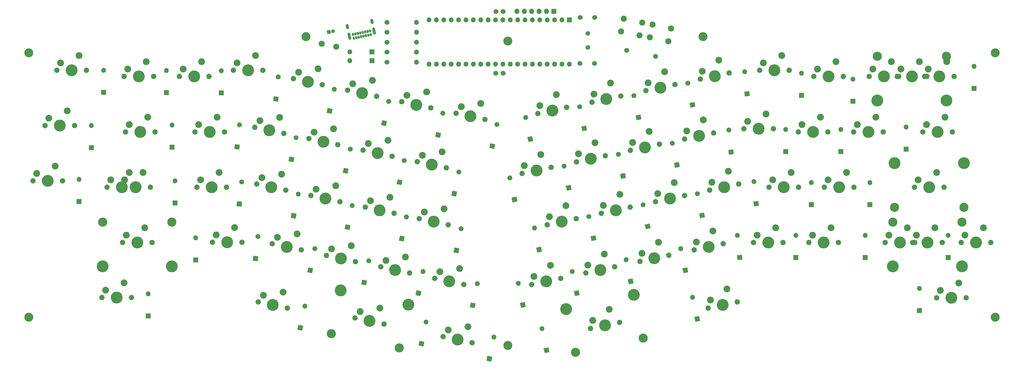
<source format=gbs>
G04 #@! TF.GenerationSoftware,KiCad,Pcbnew,5.1.6-c6e7f7d~87~ubuntu18.04.1*
G04 #@! TF.CreationDate,2020-08-10T19:05:23+02:00*
G04 #@! TF.ProjectId,sesame,73657361-6d65-42e6-9b69-6361645f7063,rev?*
G04 #@! TF.SameCoordinates,Original*
G04 #@! TF.FileFunction,Soldermask,Bot*
G04 #@! TF.FilePolarity,Negative*
%FSLAX46Y46*%
G04 Gerber Fmt 4.6, Leading zero omitted, Abs format (unit mm)*
G04 Created by KiCad (PCBNEW 5.1.6-c6e7f7d~87~ubuntu18.04.1) date 2020-08-10 19:05:23*
%MOMM*%
%LPD*%
G01*
G04 APERTURE LIST*
%ADD10C,3.100000*%
%ADD11C,1.300000*%
%ADD12C,0.350000*%
%ADD13C,2.350000*%
%ADD14C,4.087800*%
%ADD15C,1.850000*%
%ADD16O,1.800000X1.800000*%
%ADD17R,1.800000X1.800000*%
%ADD18C,3.148000*%
%ADD19O,1.700000X1.700000*%
%ADD20R,1.700000X1.700000*%
%ADD21C,1.600000*%
%ADD22C,2.100000*%
%ADD23C,1.700000*%
G04 APERTURE END LIST*
D10*
G04 #@! TO.C,REF\u002A\u002A*
X278955500Y-75565000D03*
G04 #@! TD*
D11*
G04 #@! TO.C,C1*
X151771721Y-73665632D03*
D12*
G36*
X149803847Y-74748439D02*
G01*
X149533561Y-73476847D01*
X150805153Y-73206561D01*
X151075439Y-74478153D01*
X149803847Y-74748439D01*
G37*
G04 #@! TD*
D13*
G04 #@! TO.C,MX23*
X189214686Y-115256606D03*
D14*
X185674000Y-119697500D03*
D13*
X182475353Y-116420862D03*
D15*
X180705010Y-118641309D03*
X190642990Y-120753691D03*
G04 #@! TD*
D16*
G04 #@! TO.C,AVR1*
X215011000Y-66865500D03*
X217551000Y-66865500D03*
X220091000Y-66865500D03*
X222631000Y-66865500D03*
X225171000Y-66865500D03*
D17*
X227711000Y-66865500D03*
G04 #@! TD*
D10*
G04 #@! TO.C,REF\u002A\u002A*
X142430500Y-75565000D03*
G04 #@! TD*
D13*
G04 #@! TO.C,MX61*
X358711500Y-141414500D03*
D14*
X356171500Y-146494500D03*
D13*
X352361500Y-143954500D03*
D15*
X351091500Y-146494500D03*
X361251500Y-146494500D03*
D18*
X344265250Y-139509500D03*
X368077750Y-139509500D03*
D14*
X344265250Y-154749500D03*
X368077750Y-154749500D03*
G04 #@! TD*
D13*
G04 #@! TO.C,MX59*
X349250000Y-141414500D03*
D14*
X346710000Y-146494500D03*
D13*
X342900000Y-143954500D03*
D15*
X341630000Y-146494500D03*
X351790000Y-146494500D03*
G04 #@! TD*
D13*
G04 #@! TO.C,MX31*
X362204000Y-103314500D03*
D14*
X359664000Y-108394500D03*
D13*
X355854000Y-105854500D03*
D15*
X354584000Y-108394500D03*
X364744000Y-108394500D03*
G04 #@! TD*
D13*
G04 #@! TO.C,MX15*
X353377500Y-84201000D03*
D14*
X350837500Y-89281000D03*
D13*
X347027500Y-86741000D03*
D15*
X345757500Y-89281000D03*
X355917500Y-89281000D03*
D18*
X338931250Y-82296000D03*
X362743750Y-82296000D03*
D14*
X338931250Y-97536000D03*
X362743750Y-97536000D03*
G04 #@! TD*
D13*
G04 #@! TO.C,MX33*
X86360000Y-122364500D03*
D14*
X83820000Y-127444500D03*
D13*
X80010000Y-124904500D03*
D15*
X78740000Y-127444500D03*
X88900000Y-127444500D03*
G04 #@! TD*
D13*
G04 #@! TO.C,MX18*
X88011000Y-103314500D03*
D14*
X85471000Y-108394500D03*
D13*
X81661000Y-105854500D03*
D15*
X80391000Y-108394500D03*
X90551000Y-108394500D03*
G04 #@! TD*
D13*
G04 #@! TO.C,MX69*
X81610200Y-122377200D03*
D14*
X79070200Y-127457200D03*
D13*
X75260200Y-124917200D03*
D15*
X73990200Y-127457200D03*
X84150200Y-127457200D03*
G04 #@! TD*
D19*
G04 #@! TO.C,D60*
X334772000Y-144018000D03*
D20*
X334772000Y-151638000D03*
G04 #@! TD*
D19*
G04 #@! TO.C,U1*
X233045000Y-85026500D03*
X184785000Y-69786500D03*
X230505000Y-85026500D03*
X187325000Y-69786500D03*
X227965000Y-85026500D03*
X189865000Y-69786500D03*
X225425000Y-85026500D03*
X192405000Y-69786500D03*
X222885000Y-85026500D03*
X194945000Y-69786500D03*
X220345000Y-85026500D03*
X197485000Y-69786500D03*
X217805000Y-85026500D03*
X200025000Y-69786500D03*
X215265000Y-85026500D03*
X202565000Y-69786500D03*
X212725000Y-85026500D03*
X205105000Y-69786500D03*
X210185000Y-85026500D03*
X207645000Y-69786500D03*
X207645000Y-85026500D03*
X210185000Y-69786500D03*
X205105000Y-85026500D03*
X212725000Y-69786500D03*
X202565000Y-85026500D03*
X215265000Y-69786500D03*
X200025000Y-85026500D03*
X217805000Y-69786500D03*
X197485000Y-85026500D03*
X220345000Y-69786500D03*
X194945000Y-85026500D03*
X222885000Y-69786500D03*
X192405000Y-85026500D03*
X225425000Y-69786500D03*
X189865000Y-85026500D03*
X227965000Y-69786500D03*
X187325000Y-85026500D03*
X230505000Y-69786500D03*
X184785000Y-85026500D03*
D20*
X233045000Y-69786500D03*
G04 #@! TD*
D13*
G04 #@! TO.C,MX5*
X146606186Y-86681606D03*
D14*
X143065500Y-91122500D03*
D13*
X139866853Y-87845862D03*
D15*
X138096510Y-90066309D03*
X148034490Y-92178691D03*
G04 #@! TD*
D10*
G04 #@! TO.C,REF\u002A\u002A*
X211836000Y-181991000D03*
G04 #@! TD*
G04 #@! TO.C,REF\u002A\u002A*
X379476000Y-172212000D03*
G04 #@! TD*
G04 #@! TO.C,REF\u002A\u002A*
X379476000Y-81153000D03*
G04 #@! TD*
G04 #@! TO.C,REF\u002A\u002A*
X47117000Y-81153000D03*
G04 #@! TD*
G04 #@! TO.C,REF\u002A\u002A*
X47117000Y-172212000D03*
G04 #@! TD*
G04 #@! TO.C,REF\u002A\u002A*
X211836000Y-77089000D03*
G04 #@! TD*
D21*
G04 #@! TO.C,XTAL1*
X239331500Y-79302000D03*
X239331500Y-74422000D03*
G04 #@! TD*
D13*
G04 #@! TO.C,MX24*
X223170304Y-116168914D03*
D14*
X221742000Y-121666000D03*
D13*
X217487162Y-119973649D03*
D15*
X216773010Y-122722191D03*
X226710990Y-120609809D03*
G04 #@! TD*
D13*
G04 #@! TO.C,MX28*
X300672500Y-102235000D03*
D14*
X298132500Y-107315000D03*
D13*
X294322500Y-104775000D03*
D15*
X293052500Y-107315000D03*
X303212500Y-107315000D03*
G04 #@! TD*
D13*
G04 #@! TO.C,MX66*
X246728804Y-169572414D03*
D14*
X245300500Y-175069500D03*
D13*
X241045662Y-173377149D03*
D15*
X240331510Y-176125691D03*
X250269490Y-174013309D03*
D18*
X235106693Y-184377310D03*
X258398833Y-179426412D03*
D14*
X231938119Y-169470340D03*
X255230259Y-164519443D03*
G04 #@! TD*
D13*
G04 #@! TO.C,MX65*
X198104686Y-175518106D03*
D14*
X194564000Y-179959000D03*
D13*
X191365353Y-176682362D03*
D15*
X189595010Y-178902809D03*
X199532990Y-181015191D03*
G04 #@! TD*
D13*
G04 #@! TO.C,MX64*
X167815186Y-169104606D03*
D14*
X164274500Y-173545500D03*
D13*
X161075853Y-170268862D03*
D15*
X159305510Y-172489309D03*
X169243490Y-174601691D03*
D18*
X151176167Y-177902412D03*
X174468307Y-182853310D03*
D14*
X154344741Y-162995443D03*
X177636881Y-167946340D03*
G04 #@! TD*
D13*
G04 #@! TO.C,MX46*
X359346500Y-122364500D03*
D14*
X356806500Y-127444500D03*
D13*
X352996500Y-124904500D03*
D15*
X351726500Y-127444500D03*
X361886500Y-127444500D03*
D18*
X344900250Y-134429500D03*
X368712750Y-134429500D03*
D14*
X344900250Y-119189500D03*
X368712750Y-119189500D03*
G04 #@! TD*
D13*
G04 #@! TO.C,MX47*
X86931500Y-141414500D03*
D14*
X84391500Y-146494500D03*
D13*
X80581500Y-143954500D03*
D15*
X79311500Y-146494500D03*
X89471500Y-146494500D03*
D18*
X72485250Y-139509500D03*
X96297750Y-139509500D03*
D14*
X72485250Y-154749500D03*
X96297750Y-154749500D03*
G04 #@! TD*
D13*
G04 #@! TO.C,MX16*
X362839000Y-84201000D03*
D14*
X360299000Y-89281000D03*
D13*
X356489000Y-86741000D03*
D15*
X355219000Y-89281000D03*
X365379000Y-89281000D03*
G04 #@! TD*
D13*
G04 #@! TO.C,MX45*
X343789000Y-84201000D03*
D14*
X341249000Y-89281000D03*
D13*
X337439000Y-86741000D03*
D15*
X336169000Y-89281000D03*
X346329000Y-89281000D03*
G04 #@! TD*
D13*
G04 #@! TO.C,MX68*
X366966500Y-160464500D03*
D14*
X364426500Y-165544500D03*
D13*
X360616500Y-163004500D03*
D15*
X359346500Y-165544500D03*
X369506500Y-165544500D03*
G04 #@! TD*
D13*
G04 #@! TO.C,MX67*
X287178304Y-162523914D03*
D14*
X285750000Y-168021000D03*
D13*
X281495162Y-166328649D03*
D15*
X280781010Y-169077191D03*
X290718990Y-166964809D03*
G04 #@! TD*
D13*
G04 #@! TO.C,MX63*
X134541186Y-163580106D03*
D14*
X131000500Y-168021000D03*
D13*
X127801853Y-164744362D03*
D15*
X126031510Y-166964809D03*
X135969490Y-169077191D03*
G04 #@! TD*
D13*
G04 #@! TO.C,MX62*
X79819500Y-160401000D03*
D14*
X77279500Y-165481000D03*
D13*
X73469500Y-162941000D03*
D15*
X72199500Y-165481000D03*
X82359500Y-165481000D03*
G04 #@! TD*
D13*
G04 #@! TO.C,MX60*
X375412000Y-141414500D03*
D14*
X372872000Y-146494500D03*
D13*
X369062000Y-143954500D03*
D15*
X367792000Y-146494500D03*
X377952000Y-146494500D03*
G04 #@! TD*
D13*
G04 #@! TO.C,MX58*
X323024500Y-141414500D03*
D14*
X320484500Y-146494500D03*
D13*
X316674500Y-143954500D03*
D15*
X315404500Y-146494500D03*
X325564500Y-146494500D03*
G04 #@! TD*
D13*
G04 #@! TO.C,MX57*
X303974500Y-141414500D03*
D14*
X301434500Y-146494500D03*
D13*
X297624500Y-143954500D03*
D15*
X296354500Y-146494500D03*
X306514500Y-146494500D03*
G04 #@! TD*
D13*
G04 #@! TO.C,MX56*
X282352304Y-142521414D03*
D14*
X280924000Y-148018500D03*
D13*
X276669162Y-146326149D03*
D15*
X275955010Y-149074691D03*
X285892990Y-146962309D03*
G04 #@! TD*
D13*
G04 #@! TO.C,MX55*
X263683304Y-146458414D03*
D14*
X262255000Y-151955500D03*
D13*
X258000162Y-150263149D03*
D15*
X257286010Y-153011691D03*
X267223990Y-150899309D03*
G04 #@! TD*
D13*
G04 #@! TO.C,MX54*
X245077804Y-150458914D03*
D14*
X243649500Y-155956000D03*
D13*
X239394662Y-154263649D03*
D15*
X238680510Y-157012191D03*
X248618490Y-154899809D03*
G04 #@! TD*
D13*
G04 #@! TO.C,MX53*
X226472304Y-154395914D03*
D14*
X225044000Y-159893000D03*
D13*
X220789162Y-158200649D03*
D15*
X220075010Y-160949191D03*
X230012990Y-158836809D03*
G04 #@! TD*
D13*
G04 #@! TO.C,MX52*
X195247186Y-155452106D03*
D14*
X191706500Y-159893000D03*
D13*
X188507853Y-156616362D03*
D15*
X186737510Y-158836809D03*
X196675490Y-160949191D03*
G04 #@! TD*
D13*
G04 #@! TO.C,MX51*
X176641686Y-151515106D03*
D14*
X173101000Y-155956000D03*
D13*
X169902353Y-152679362D03*
D15*
X168132010Y-154899809D03*
X178069990Y-157012191D03*
G04 #@! TD*
D13*
G04 #@! TO.C,MX50*
X157972686Y-147578106D03*
D14*
X154432000Y-152019000D03*
D13*
X151233353Y-148742362D03*
D15*
X149463010Y-150962809D03*
X159400990Y-153075191D03*
G04 #@! TD*
D13*
G04 #@! TO.C,MX49*
X139367186Y-143577606D03*
D14*
X135826500Y-148018500D03*
D13*
X132627853Y-144741862D03*
D15*
X130857510Y-146962309D03*
X140795490Y-149074691D03*
G04 #@! TD*
D13*
G04 #@! TO.C,MX48*
X117856000Y-141351000D03*
D14*
X115316000Y-146431000D03*
D13*
X111506000Y-143891000D03*
D15*
X110236000Y-146431000D03*
X120396000Y-146431000D03*
G04 #@! TD*
D13*
G04 #@! TO.C,MX44*
X328358500Y-122364500D03*
D14*
X325818500Y-127444500D03*
D13*
X322008500Y-124904500D03*
D15*
X320738500Y-127444500D03*
X330898500Y-127444500D03*
G04 #@! TD*
D13*
G04 #@! TO.C,MX43*
X309308500Y-122364500D03*
D14*
X306768500Y-127444500D03*
D13*
X302958500Y-124904500D03*
D15*
X301688500Y-127444500D03*
X311848500Y-127444500D03*
G04 #@! TD*
D13*
G04 #@! TO.C,MX42*
X287686304Y-121947414D03*
D14*
X286258000Y-127444500D03*
D13*
X282003162Y-125752149D03*
D15*
X281289010Y-128500691D03*
X291226990Y-126388309D03*
G04 #@! TD*
D13*
G04 #@! TO.C,MX41*
X269080804Y-125884414D03*
D14*
X267652500Y-131381500D03*
D13*
X263397662Y-129689149D03*
D15*
X262683510Y-132437691D03*
X272621490Y-130325309D03*
G04 #@! TD*
D13*
G04 #@! TO.C,MX40*
X250411804Y-129884914D03*
D14*
X248983500Y-135382000D03*
D13*
X244728662Y-133689649D03*
D15*
X244014510Y-136438191D03*
X253952490Y-134325809D03*
G04 #@! TD*
D13*
G04 #@! TO.C,MX39*
X231806304Y-133821914D03*
D14*
X230378000Y-139319000D03*
D13*
X226123162Y-137626649D03*
D15*
X225409010Y-140375191D03*
X235346990Y-138262809D03*
G04 #@! TD*
D13*
G04 #@! TO.C,MX38*
X189913186Y-134878106D03*
D14*
X186372500Y-139319000D03*
D13*
X183173853Y-136042362D03*
D15*
X181403510Y-138262809D03*
X191341490Y-140375191D03*
G04 #@! TD*
D13*
G04 #@! TO.C,MX37*
X171307686Y-130941106D03*
D14*
X167767000Y-135382000D03*
D13*
X164568353Y-132105362D03*
D15*
X162798010Y-134325809D03*
X172735990Y-136438191D03*
G04 #@! TD*
D13*
G04 #@! TO.C,MX36*
X152638686Y-126940606D03*
D14*
X149098000Y-131381500D03*
D13*
X145899353Y-128104862D03*
D15*
X144129010Y-130325309D03*
X154066990Y-132437691D03*
G04 #@! TD*
D13*
G04 #@! TO.C,MX35*
X134033186Y-123003606D03*
D14*
X130492500Y-127444500D03*
D13*
X127293853Y-124167862D03*
D15*
X125523510Y-126388309D03*
X135461490Y-128500691D03*
G04 #@! TD*
D13*
G04 #@! TO.C,MX34*
X112522000Y-122364500D03*
D14*
X109982000Y-127444500D03*
D13*
X106172000Y-124904500D03*
D15*
X104902000Y-127444500D03*
X115062000Y-127444500D03*
G04 #@! TD*
D13*
G04 #@! TO.C,MX32*
X56134000Y-120205500D03*
D14*
X53594000Y-125285500D03*
D13*
X49784000Y-122745500D03*
D15*
X48514000Y-125285500D03*
X58674000Y-125285500D03*
G04 #@! TD*
D13*
G04 #@! TO.C,MX30*
X338391500Y-103314500D03*
D14*
X335851500Y-108394500D03*
D13*
X332041500Y-105854500D03*
D15*
X330771500Y-108394500D03*
X340931500Y-108394500D03*
G04 #@! TD*
D13*
G04 #@! TO.C,MX29*
X319341500Y-103314500D03*
D14*
X316801500Y-108394500D03*
D13*
X312991500Y-105854500D03*
D15*
X311721500Y-108394500D03*
X321881500Y-108394500D03*
G04 #@! TD*
D13*
G04 #@! TO.C,MX27*
X279050304Y-104294414D03*
D14*
X277622000Y-109791500D03*
D13*
X273367162Y-108099149D03*
D15*
X272653010Y-110847691D03*
X282590990Y-108735309D03*
G04 #@! TD*
D13*
G04 #@! TO.C,MX26*
X260444804Y-108231414D03*
D14*
X259016500Y-113728500D03*
D13*
X254761662Y-112036149D03*
D15*
X254047510Y-114784691D03*
X263985490Y-112672309D03*
G04 #@! TD*
D13*
G04 #@! TO.C,MX25*
X241839304Y-112168414D03*
D14*
X240411000Y-117665500D03*
D13*
X236156162Y-115973149D03*
D15*
X235442010Y-118721691D03*
X245379990Y-116609309D03*
G04 #@! TD*
D13*
G04 #@! TO.C,MX22*
X170609186Y-111256106D03*
D14*
X167068500Y-115697000D03*
D13*
X163869853Y-112420362D03*
D15*
X162099510Y-114640809D03*
X172037490Y-116753191D03*
G04 #@! TD*
D13*
G04 #@! TO.C,MX21*
X151940186Y-107319106D03*
D14*
X148399500Y-111760000D03*
D13*
X145200853Y-108483362D03*
D15*
X143430510Y-110703809D03*
X153368490Y-112816191D03*
G04 #@! TD*
D13*
G04 #@! TO.C,MX20*
X133334686Y-103382106D03*
D14*
X129794000Y-107823000D03*
D13*
X126595353Y-104546362D03*
D15*
X124825010Y-106766809D03*
X134762990Y-108879191D03*
G04 #@! TD*
D13*
G04 #@! TO.C,MX19*
X111823500Y-103314500D03*
D14*
X109283500Y-108394500D03*
D13*
X105473500Y-105854500D03*
D15*
X104203500Y-108394500D03*
X114363500Y-108394500D03*
G04 #@! TD*
D13*
G04 #@! TO.C,MX17*
X60261500Y-101155500D03*
D14*
X57721500Y-106235500D03*
D13*
X53911500Y-103695500D03*
D15*
X52641500Y-106235500D03*
X62801500Y-106235500D03*
G04 #@! TD*
D13*
G04 #@! TO.C,MX14*
X324739000Y-84201000D03*
D14*
X322199000Y-89281000D03*
D13*
X318389000Y-86741000D03*
D15*
X317119000Y-89281000D03*
X327279000Y-89281000D03*
G04 #@! TD*
D13*
G04 #@! TO.C,MX13*
X306070000Y-82105500D03*
D14*
X303530000Y-87185500D03*
D13*
X299720000Y-84645500D03*
D15*
X298450000Y-87185500D03*
X308610000Y-87185500D03*
G04 #@! TD*
D13*
G04 #@! TO.C,MX12*
X284447804Y-83656914D03*
D14*
X283019500Y-89154000D03*
D13*
X278764662Y-87461649D03*
D15*
X278050510Y-90210191D03*
X287988490Y-88097809D03*
G04 #@! TD*
D13*
G04 #@! TO.C,MX11*
X265778804Y-87657414D03*
D14*
X264350500Y-93154500D03*
D13*
X260095662Y-91462149D03*
D15*
X259381510Y-94210691D03*
X269319490Y-92098309D03*
G04 #@! TD*
D13*
G04 #@! TO.C,MX10*
X247173304Y-91594414D03*
D14*
X245745000Y-97091500D03*
D13*
X241490162Y-95399149D03*
D15*
X240776010Y-98147691D03*
X250713990Y-96035309D03*
G04 #@! TD*
D13*
G04 #@! TO.C,MX9*
X228567804Y-95531414D03*
D14*
X227139500Y-101028500D03*
D13*
X222884662Y-99336149D03*
D15*
X222170510Y-102084691D03*
X232108490Y-99972309D03*
G04 #@! TD*
D13*
G04 #@! TO.C,MX8*
X202549686Y-98556106D03*
D14*
X199009000Y-102997000D03*
D13*
X195810353Y-99720362D03*
D15*
X194040010Y-101940809D03*
X203977990Y-104053191D03*
G04 #@! TD*
D13*
G04 #@! TO.C,MX7*
X183880686Y-94619106D03*
D14*
X180340000Y-99060000D03*
D13*
X177141353Y-95783362D03*
D15*
X175371010Y-98003809D03*
X185308990Y-100116191D03*
G04 #@! TD*
D13*
G04 #@! TO.C,MX6*
X165275186Y-90618606D03*
D14*
X161734500Y-95059500D03*
D13*
X158535853Y-91782862D03*
D15*
X156765510Y-94003309D03*
X166703490Y-96115691D03*
G04 #@! TD*
D13*
G04 #@! TO.C,MX4*
X125095000Y-82105500D03*
D14*
X122555000Y-87185500D03*
D13*
X118745000Y-84645500D03*
D15*
X117475000Y-87185500D03*
X127635000Y-87185500D03*
G04 #@! TD*
D13*
G04 #@! TO.C,MX3*
X106521250Y-84201000D03*
D14*
X103981250Y-89281000D03*
D13*
X100171250Y-86741000D03*
D15*
X98901250Y-89281000D03*
X109061250Y-89281000D03*
G04 #@! TD*
D13*
G04 #@! TO.C,MX2*
X87471250Y-84201000D03*
D14*
X84931250Y-89281000D03*
D13*
X81121250Y-86741000D03*
D15*
X79851250Y-89281000D03*
X90011250Y-89281000D03*
G04 #@! TD*
D13*
G04 #@! TO.C,MX1*
X64389000Y-82105500D03*
D14*
X61849000Y-87185500D03*
D13*
X58039000Y-84645500D03*
D15*
X56769000Y-87185500D03*
X66929000Y-87185500D03*
G04 #@! TD*
G04 #@! TO.C,USB1*
G36*
G01*
X163373821Y-74984970D02*
X163446590Y-75327322D01*
G75*
G02*
X163157752Y-75772094I-366805J-77967D01*
G01*
X163157752Y-75772094D01*
G75*
G02*
X162712980Y-75483256I-77967J366805D01*
G01*
X162640210Y-75140904D01*
G75*
G02*
X162929048Y-74696132I366805J77967D01*
G01*
X162929048Y-74696132D01*
G75*
G02*
X163373820Y-74984970I77967J-366805D01*
G01*
G37*
G36*
G01*
X165036671Y-74631520D02*
X165109440Y-74973872D01*
G75*
G02*
X164820602Y-75418644I-366805J-77967D01*
G01*
X164820602Y-75418644D01*
G75*
G02*
X164375830Y-75129806I-77967J366805D01*
G01*
X164303060Y-74787454D01*
G75*
G02*
X164591898Y-74342682I366805J77967D01*
G01*
X164591898Y-74342682D01*
G75*
G02*
X165036670Y-74631520I77967J-366805D01*
G01*
G37*
G36*
G01*
X164205246Y-74808245D02*
X164278015Y-75150597D01*
G75*
G02*
X163989177Y-75595369I-366805J-77967D01*
G01*
X163989177Y-75595369D01*
G75*
G02*
X163544405Y-75306531I-77967J366805D01*
G01*
X163471635Y-74964179D01*
G75*
G02*
X163760473Y-74519407I366805J77967D01*
G01*
X163760473Y-74519407D01*
G75*
G02*
X164205245Y-74808245I77967J-366805D01*
G01*
G37*
G36*
G01*
X162542395Y-75161695D02*
X162615164Y-75504047D01*
G75*
G02*
X162326326Y-75948819I-366805J-77967D01*
G01*
X162326326Y-75948819D01*
G75*
G02*
X161881554Y-75659981I-77967J366805D01*
G01*
X161808784Y-75317629D01*
G75*
G02*
X162097622Y-74872857I366805J77967D01*
G01*
X162097622Y-74872857D01*
G75*
G02*
X162542394Y-75161695I77967J-366805D01*
G01*
G37*
G36*
G01*
X161710970Y-75338420D02*
X161783739Y-75680772D01*
G75*
G02*
X161494901Y-76125544I-366805J-77967D01*
G01*
X161494901Y-76125544D01*
G75*
G02*
X161050129Y-75836706I-77967J366805D01*
G01*
X160977359Y-75494354D01*
G75*
G02*
X161266197Y-75049582I366805J77967D01*
G01*
X161266197Y-75049582D01*
G75*
G02*
X161710969Y-75338420I77967J-366805D01*
G01*
G37*
G36*
G01*
X160879544Y-75515145D02*
X160952313Y-75857497D01*
G75*
G02*
X160663475Y-76302269I-366805J-77967D01*
G01*
X160663475Y-76302269D01*
G75*
G02*
X160218703Y-76013431I-77967J366805D01*
G01*
X160145933Y-75671079D01*
G75*
G02*
X160434771Y-75226307I366805J77967D01*
G01*
X160434771Y-75226307D01*
G75*
G02*
X160879543Y-75515145I77967J-366805D01*
G01*
G37*
G36*
G01*
X160048119Y-75691870D02*
X160120888Y-76034222D01*
G75*
G02*
X159832050Y-76478994I-366805J-77967D01*
G01*
X159832050Y-76478994D01*
G75*
G02*
X159387278Y-76190156I-77967J366805D01*
G01*
X159314508Y-75847804D01*
G75*
G02*
X159603346Y-75403032I366805J77967D01*
G01*
X159603346Y-75403032D01*
G75*
G02*
X160048118Y-75691870I77967J-366805D01*
G01*
G37*
G36*
G01*
X159216693Y-75868595D02*
X159289462Y-76210947D01*
G75*
G02*
X159000624Y-76655719I-366805J-77967D01*
G01*
X159000624Y-76655719D01*
G75*
G02*
X158555852Y-76366881I-77967J366805D01*
G01*
X158483082Y-76024529D01*
G75*
G02*
X158771920Y-75579757I366805J77967D01*
G01*
X158771920Y-75579757D01*
G75*
G02*
X159216692Y-75868595I77967J-366805D01*
G01*
G37*
G36*
G01*
X164761188Y-73335475D02*
X164833957Y-73677827D01*
G75*
G02*
X164545119Y-74122599I-366805J-77967D01*
G01*
X164545119Y-74122599D01*
G75*
G02*
X164100347Y-73833761I-77967J366805D01*
G01*
X164027577Y-73491409D01*
G75*
G02*
X164316415Y-73046637I366805J77967D01*
G01*
X164316415Y-73046637D01*
G75*
G02*
X164761187Y-73335475I77967J-366805D01*
G01*
G37*
G36*
G01*
X163924872Y-73513239D02*
X163997641Y-73855591D01*
G75*
G02*
X163708803Y-74300363I-366805J-77967D01*
G01*
X163708803Y-74300363D01*
G75*
G02*
X163264031Y-74011525I-77967J366805D01*
G01*
X163191261Y-73669173D01*
G75*
G02*
X163480099Y-73224401I366805J77967D01*
G01*
X163480099Y-73224401D01*
G75*
G02*
X163924871Y-73513239I77967J-366805D01*
G01*
G37*
G36*
G01*
X163093447Y-73689964D02*
X163166216Y-74032316D01*
G75*
G02*
X162877378Y-74477088I-366805J-77967D01*
G01*
X162877378Y-74477088D01*
G75*
G02*
X162432606Y-74188250I-77967J366805D01*
G01*
X162359836Y-73845898D01*
G75*
G02*
X162648674Y-73401126I366805J77967D01*
G01*
X162648674Y-73401126D01*
G75*
G02*
X163093446Y-73689964I77967J-366805D01*
G01*
G37*
G36*
G01*
X162262021Y-73866689D02*
X162334790Y-74209041D01*
G75*
G02*
X162045952Y-74653813I-366805J-77967D01*
G01*
X162045952Y-74653813D01*
G75*
G02*
X161601180Y-74364975I-77967J366805D01*
G01*
X161528410Y-74022623D01*
G75*
G02*
X161817248Y-73577851I366805J77967D01*
G01*
X161817248Y-73577851D01*
G75*
G02*
X162262020Y-73866689I77967J-366805D01*
G01*
G37*
G36*
G01*
X161430596Y-74043414D02*
X161503365Y-74385766D01*
G75*
G02*
X161214527Y-74830538I-366805J-77967D01*
G01*
X161214527Y-74830538D01*
G75*
G02*
X160769755Y-74541700I-77967J366805D01*
G01*
X160696985Y-74199348D01*
G75*
G02*
X160985823Y-73754576I366805J77967D01*
G01*
X160985823Y-73754576D01*
G75*
G02*
X161430595Y-74043414I77967J-366805D01*
G01*
G37*
G36*
G01*
X160599170Y-74220139D02*
X160671939Y-74562491D01*
G75*
G02*
X160383101Y-75007263I-366805J-77967D01*
G01*
X160383101Y-75007263D01*
G75*
G02*
X159938329Y-74718425I-77967J366805D01*
G01*
X159865559Y-74376073D01*
G75*
G02*
X160154397Y-73931301I366805J77967D01*
G01*
X160154397Y-73931301D01*
G75*
G02*
X160599169Y-74220139I77967J-366805D01*
G01*
G37*
G36*
G01*
X159767745Y-74396864D02*
X159840514Y-74739216D01*
G75*
G02*
X159551676Y-75183988I-366805J-77967D01*
G01*
X159551676Y-75183988D01*
G75*
G02*
X159106904Y-74895150I-77967J366805D01*
G01*
X159034134Y-74552798D01*
G75*
G02*
X159322972Y-74108026I366805J77967D01*
G01*
X159322972Y-74108026D01*
G75*
G02*
X159767744Y-74396864I77967J-366805D01*
G01*
G37*
G36*
G01*
X158936319Y-74573589D02*
X159009088Y-74915941D01*
G75*
G02*
X158720250Y-75360713I-366805J-77967D01*
G01*
X158720250Y-75360713D01*
G75*
G02*
X158275478Y-75071875I-77967J366805D01*
G01*
X158202708Y-74729523D01*
G75*
G02*
X158491546Y-74284751I366805J77967D01*
G01*
X158491546Y-74284751D01*
G75*
G02*
X158936318Y-74573589I77967J-366805D01*
G01*
G37*
G36*
G01*
X166156136Y-72803831D02*
X166468004Y-74271053D01*
G75*
G02*
X166082886Y-74864083I-489074J-103956D01*
G01*
X166082886Y-74864083D01*
G75*
G02*
X165489856Y-74478965I-103956J489074D01*
G01*
X165177988Y-73011743D01*
G75*
G02*
X165563106Y-72418713I489074J103956D01*
G01*
X165563106Y-72418713D01*
G75*
G02*
X166156136Y-72803831I103956J-489074D01*
G01*
G37*
G36*
G01*
X157695159Y-74602267D02*
X158007027Y-76069489D01*
G75*
G02*
X157621909Y-76662519I-489074J-103956D01*
G01*
X157621909Y-76662519D01*
G75*
G02*
X157028879Y-76277401I-103956J489074D01*
G01*
X156717011Y-74810179D01*
G75*
G02*
X157102129Y-74217149I489074J103956D01*
G01*
X157102129Y-74217149D01*
G75*
G02*
X157695159Y-74602267I103956J-489074D01*
G01*
G37*
G36*
G01*
X165526164Y-69840044D02*
X165692494Y-70622562D01*
G75*
G02*
X165307376Y-71215592I-489074J-103956D01*
G01*
X165307376Y-71215592D01*
G75*
G02*
X164714346Y-70830474I-103956J489074D01*
G01*
X164548016Y-70047956D01*
G75*
G02*
X164933134Y-69454926I489074J103956D01*
G01*
X164933134Y-69454926D01*
G75*
G02*
X165526164Y-69840044I103956J-489074D01*
G01*
G37*
G36*
G01*
X157065187Y-71638480D02*
X157231517Y-72420998D01*
G75*
G02*
X156846399Y-73014028I-489074J-103956D01*
G01*
X156846399Y-73014028D01*
G75*
G02*
X156253369Y-72628910I-103956J489074D01*
G01*
X156087039Y-71846392D01*
G75*
G02*
X156472157Y-71253362I489074J103956D01*
G01*
X156472157Y-71253362D01*
G75*
G02*
X157065187Y-71638480I103956J-489074D01*
G01*
G37*
G04 #@! TD*
D22*
G04 #@! TO.C,Reset1*
X267977959Y-72725426D03*
X267042357Y-77127090D03*
X261620000Y-71374000D03*
X260684397Y-75775664D03*
G04 #@! TD*
G04 #@! TO.C,R6*
G36*
G01*
X261836555Y-82199658D02*
X261836555Y-82199658D01*
G75*
G02*
X262844705Y-81544958I831425J-176725D01*
G01*
X262844705Y-81544958D01*
G75*
G02*
X263499405Y-82553108I-176725J-831425D01*
G01*
X263499405Y-82553108D01*
G75*
G02*
X262491255Y-83207808I-831425J176725D01*
G01*
X262491255Y-83207808D01*
G75*
G02*
X261836555Y-82199658I176725J831425D01*
G01*
G37*
D23*
X252730000Y-80264000D03*
G04 #@! TD*
D19*
G04 #@! TO.C,R5*
X180403500Y-70612000D03*
D23*
X170243500Y-70612000D03*
G04 #@! TD*
D19*
G04 #@! TO.C,R4*
X180403500Y-74041000D03*
D23*
X170243500Y-74041000D03*
G04 #@! TD*
D19*
G04 #@! TO.C,R3*
X180403500Y-80899000D03*
D23*
X170243500Y-80899000D03*
G04 #@! TD*
D19*
G04 #@! TO.C,R2*
X180403500Y-77470000D03*
D23*
X170243500Y-77470000D03*
G04 #@! TD*
D19*
G04 #@! TO.C,R1*
X180403500Y-84328000D03*
D23*
X170243500Y-84328000D03*
G04 #@! TD*
D22*
G04 #@! TO.C,F1*
X152794911Y-79043973D03*
X147828000Y-77978000D03*
G04 #@! TD*
D19*
G04 #@! TO.C,D68*
X353441000Y-162306000D03*
D20*
X353441000Y-169926000D03*
G04 #@! TD*
G04 #@! TO.C,D67*
G36*
G01*
X275579438Y-166224940D02*
X275579438Y-166224940D01*
G75*
G02*
X274571288Y-165570240I-176725J831425D01*
G01*
X274571288Y-165570240D01*
G75*
G02*
X275225988Y-164562090I831425J176725D01*
G01*
X275225988Y-164562090D01*
G75*
G02*
X276234138Y-165216790I176725J-831425D01*
G01*
X276234138Y-165216790D01*
G75*
G02*
X275579438Y-166224940I-831425J-176725D01*
G01*
G37*
D12*
G36*
X277995150Y-173501701D02*
G01*
X276332299Y-173855150D01*
X275978850Y-172192299D01*
X277641701Y-171838850D01*
X277995150Y-173501701D01*
G37*
G04 #@! TD*
G04 #@! TO.C,D66*
G36*
G01*
X223763438Y-177019940D02*
X223763438Y-177019940D01*
G75*
G02*
X222755288Y-176365240I-176725J831425D01*
G01*
X222755288Y-176365240D01*
G75*
G02*
X223409988Y-175357090I831425J176725D01*
G01*
X223409988Y-175357090D01*
G75*
G02*
X224418138Y-176011790I176725J-831425D01*
G01*
X224418138Y-176011790D01*
G75*
G02*
X223763438Y-177019940I-831425J-176725D01*
G01*
G37*
G36*
X226179150Y-184296701D02*
G01*
X224516299Y-184650150D01*
X224162850Y-182987299D01*
X225825701Y-182633850D01*
X226179150Y-184296701D01*
G37*
G04 #@! TD*
G04 #@! TO.C,D65*
G36*
G01*
X206893562Y-179940940D02*
X206893562Y-179940940D01*
G75*
G02*
X206238862Y-178932790I176725J831425D01*
G01*
X206238862Y-178932790D01*
G75*
G02*
X207247012Y-178278090I831425J-176725D01*
G01*
X207247012Y-178278090D01*
G75*
G02*
X207901712Y-179286240I-176725J-831425D01*
G01*
X207901712Y-179286240D01*
G75*
G02*
X206893562Y-179940940I-831425J176725D01*
G01*
G37*
G36*
X206140701Y-187571150D02*
G01*
X204477850Y-187217701D01*
X204831299Y-185554850D01*
X206494150Y-185908299D01*
X206140701Y-187571150D01*
G37*
G04 #@! TD*
G04 #@! TO.C,D64*
G36*
G01*
X183525562Y-174733940D02*
X183525562Y-174733940D01*
G75*
G02*
X182870862Y-173725790I176725J831425D01*
G01*
X182870862Y-173725790D01*
G75*
G02*
X183879012Y-173071090I831425J-176725D01*
G01*
X183879012Y-173071090D01*
G75*
G02*
X184533712Y-174079240I-176725J-831425D01*
G01*
X184533712Y-174079240D01*
G75*
G02*
X183525562Y-174733940I-831425J176725D01*
G01*
G37*
G36*
X182772701Y-182364150D02*
G01*
X181109850Y-182010701D01*
X181463299Y-180347850D01*
X183126150Y-180701299D01*
X182772701Y-182364150D01*
G37*
G04 #@! TD*
G04 #@! TO.C,D63*
G36*
G01*
X141869562Y-169272940D02*
X141869562Y-169272940D01*
G75*
G02*
X141214862Y-168264790I176725J831425D01*
G01*
X141214862Y-168264790D01*
G75*
G02*
X142223012Y-167610090I831425J-176725D01*
G01*
X142223012Y-167610090D01*
G75*
G02*
X142877712Y-168618240I-176725J-831425D01*
G01*
X142877712Y-168618240D01*
G75*
G02*
X141869562Y-169272940I-831425J176725D01*
G01*
G37*
G36*
X141116701Y-176903150D02*
G01*
X139453850Y-176549701D01*
X139807299Y-174886850D01*
X141470150Y-175240299D01*
X141116701Y-176903150D01*
G37*
G04 #@! TD*
D19*
G04 #@! TO.C,D62*
X88138000Y-164211000D03*
D20*
X88138000Y-171831000D03*
G04 #@! TD*
D19*
G04 #@! TO.C,D61*
X363347000Y-144018000D03*
D20*
X363347000Y-151638000D03*
G04 #@! TD*
D19*
G04 #@! TO.C,D59*
X310896000Y-144018000D03*
D20*
X310896000Y-151638000D03*
G04 #@! TD*
G04 #@! TO.C,D58*
G36*
G01*
X290884342Y-144905087D02*
X290884342Y-144905087D01*
G75*
G02*
X289950149Y-144148592I-88849J845344D01*
G01*
X289950149Y-144148592D01*
G75*
G02*
X290706644Y-143214399I845344J88849D01*
G01*
X290706644Y-143214399D01*
G75*
G02*
X291640837Y-143970894I88849J-845344D01*
G01*
X291640837Y-143970894D01*
G75*
G02*
X290884342Y-144905087I-845344J-88849D01*
G01*
G37*
D12*
G36*
X292526193Y-152394494D02*
G01*
X290835506Y-152572193D01*
X290657807Y-150881506D01*
X292348494Y-150703807D01*
X292526193Y-152394494D01*
G37*
G04 #@! TD*
G04 #@! TO.C,D57*
G36*
G01*
X271515438Y-149460940D02*
X271515438Y-149460940D01*
G75*
G02*
X270507288Y-148806240I-176725J831425D01*
G01*
X270507288Y-148806240D01*
G75*
G02*
X271161988Y-147798090I831425J176725D01*
G01*
X271161988Y-147798090D01*
G75*
G02*
X272170138Y-148452790I176725J-831425D01*
G01*
X272170138Y-148452790D01*
G75*
G02*
X271515438Y-149460940I-831425J-176725D01*
G01*
G37*
G36*
X273931150Y-156737701D02*
G01*
X272268299Y-157091150D01*
X271914850Y-155428299D01*
X273577701Y-155074850D01*
X273931150Y-156737701D01*
G37*
G04 #@! TD*
G04 #@! TO.C,D56*
G36*
G01*
X252719438Y-153270940D02*
X252719438Y-153270940D01*
G75*
G02*
X251711288Y-152616240I-176725J831425D01*
G01*
X251711288Y-152616240D01*
G75*
G02*
X252365988Y-151608090I831425J176725D01*
G01*
X252365988Y-151608090D01*
G75*
G02*
X253374138Y-152262790I176725J-831425D01*
G01*
X253374138Y-152262790D01*
G75*
G02*
X252719438Y-153270940I-831425J-176725D01*
G01*
G37*
G36*
X255135150Y-160547701D02*
G01*
X253472299Y-160901150D01*
X253118850Y-159238299D01*
X254781701Y-158884850D01*
X255135150Y-160547701D01*
G37*
G04 #@! TD*
G04 #@! TO.C,D55*
G36*
G01*
X234177438Y-157334940D02*
X234177438Y-157334940D01*
G75*
G02*
X233169288Y-156680240I-176725J831425D01*
G01*
X233169288Y-156680240D01*
G75*
G02*
X233823988Y-155672090I831425J176725D01*
G01*
X233823988Y-155672090D01*
G75*
G02*
X234832138Y-156326790I176725J-831425D01*
G01*
X234832138Y-156326790D01*
G75*
G02*
X234177438Y-157334940I-831425J-176725D01*
G01*
G37*
G36*
X236593150Y-164611701D02*
G01*
X234930299Y-164965150D01*
X234576850Y-163302299D01*
X236239701Y-162948850D01*
X236593150Y-164611701D01*
G37*
G04 #@! TD*
G04 #@! TO.C,D54*
G36*
G01*
X215635438Y-161398940D02*
X215635438Y-161398940D01*
G75*
G02*
X214627288Y-160744240I-176725J831425D01*
G01*
X214627288Y-160744240D01*
G75*
G02*
X215281988Y-159736090I831425J176725D01*
G01*
X215281988Y-159736090D01*
G75*
G02*
X216290138Y-160390790I176725J-831425D01*
G01*
X216290138Y-160390790D01*
G75*
G02*
X215635438Y-161398940I-831425J-176725D01*
G01*
G37*
G36*
X218051150Y-168675701D02*
G01*
X216388299Y-169029150D01*
X216034850Y-167366299D01*
X217697701Y-167012850D01*
X218051150Y-168675701D01*
G37*
G04 #@! TD*
G04 #@! TO.C,D53*
G36*
G01*
X201178562Y-161525940D02*
X201178562Y-161525940D01*
G75*
G02*
X200523862Y-160517790I176725J831425D01*
G01*
X200523862Y-160517790D01*
G75*
G02*
X201532012Y-159863090I831425J-176725D01*
G01*
X201532012Y-159863090D01*
G75*
G02*
X202186712Y-160871240I-176725J-831425D01*
G01*
X202186712Y-160871240D01*
G75*
G02*
X201178562Y-161525940I-831425J176725D01*
G01*
G37*
G36*
X200425701Y-169156150D02*
G01*
X198762850Y-168802701D01*
X199116299Y-167139850D01*
X200779150Y-167493299D01*
X200425701Y-169156150D01*
G37*
G04 #@! TD*
G04 #@! TO.C,D52*
G36*
G01*
X182509562Y-157334940D02*
X182509562Y-157334940D01*
G75*
G02*
X181854862Y-156326790I176725J831425D01*
G01*
X181854862Y-156326790D01*
G75*
G02*
X182863012Y-155672090I831425J-176725D01*
G01*
X182863012Y-155672090D01*
G75*
G02*
X183517712Y-156680240I-176725J-831425D01*
G01*
X183517712Y-156680240D01*
G75*
G02*
X182509562Y-157334940I-831425J176725D01*
G01*
G37*
G36*
X181756701Y-164965150D02*
G01*
X180093850Y-164611701D01*
X180447299Y-162948850D01*
X182110150Y-163302299D01*
X181756701Y-164965150D01*
G37*
G04 #@! TD*
G04 #@! TO.C,D51*
G36*
G01*
X163840562Y-153651940D02*
X163840562Y-153651940D01*
G75*
G02*
X163185862Y-152643790I176725J831425D01*
G01*
X163185862Y-152643790D01*
G75*
G02*
X164194012Y-151989090I831425J-176725D01*
G01*
X164194012Y-151989090D01*
G75*
G02*
X164848712Y-152997240I-176725J-831425D01*
G01*
X164848712Y-152997240D01*
G75*
G02*
X163840562Y-153651940I-831425J176725D01*
G01*
G37*
G36*
X163087701Y-161282150D02*
G01*
X161424850Y-160928701D01*
X161778299Y-159265850D01*
X163441150Y-159619299D01*
X163087701Y-161282150D01*
G37*
G04 #@! TD*
G04 #@! TO.C,D50*
G36*
G01*
X145298562Y-149460940D02*
X145298562Y-149460940D01*
G75*
G02*
X144643862Y-148452790I176725J831425D01*
G01*
X144643862Y-148452790D01*
G75*
G02*
X145652012Y-147798090I831425J-176725D01*
G01*
X145652012Y-147798090D01*
G75*
G02*
X146306712Y-148806240I-176725J-831425D01*
G01*
X146306712Y-148806240D01*
G75*
G02*
X145298562Y-149460940I-831425J176725D01*
G01*
G37*
G36*
X144545701Y-157091150D02*
G01*
X142882850Y-156737701D01*
X143236299Y-155074850D01*
X144899150Y-155428299D01*
X144545701Y-157091150D01*
G37*
G04 #@! TD*
G04 #@! TO.C,D49*
G36*
G01*
X125802658Y-145286087D02*
X125802658Y-145286087D01*
G75*
G02*
X125046163Y-144351894I88849J845344D01*
G01*
X125046163Y-144351894D01*
G75*
G02*
X125980356Y-143595399I845344J-88849D01*
G01*
X125980356Y-143595399D01*
G75*
G02*
X126736851Y-144529592I-88849J-845344D01*
G01*
X126736851Y-144529592D01*
G75*
G02*
X125802658Y-145286087I-845344J88849D01*
G01*
G37*
G36*
X125851494Y-152953193D02*
G01*
X124160807Y-152775494D01*
X124338506Y-151084807D01*
X126029193Y-151262506D01*
X125851494Y-152953193D01*
G37*
G04 #@! TD*
D19*
G04 #@! TO.C,D48*
X104521000Y-144907000D03*
D20*
X104521000Y-152527000D03*
G04 #@! TD*
D19*
G04 #@! TO.C,D47*
X336423000Y-125857000D03*
D20*
X336423000Y-133477000D03*
G04 #@! TD*
D19*
G04 #@! TO.C,D45*
X316230000Y-125857000D03*
D20*
X316230000Y-133477000D03*
G04 #@! TD*
G04 #@! TO.C,D44*
G36*
G01*
X296599342Y-126363087D02*
X296599342Y-126363087D01*
G75*
G02*
X295665149Y-125606592I-88849J845344D01*
G01*
X295665149Y-125606592D01*
G75*
G02*
X296421644Y-124672399I845344J88849D01*
G01*
X296421644Y-124672399D01*
G75*
G02*
X297355837Y-125428894I88849J-845344D01*
G01*
X297355837Y-125428894D01*
G75*
G02*
X296599342Y-126363087I-845344J-88849D01*
G01*
G37*
D12*
G36*
X298241193Y-133852494D02*
G01*
X296550506Y-134030193D01*
X296372807Y-132339506D01*
X298063494Y-132161807D01*
X298241193Y-133852494D01*
G37*
G04 #@! TD*
G04 #@! TO.C,D43*
G36*
G01*
X277230438Y-130537940D02*
X277230438Y-130537940D01*
G75*
G02*
X276222288Y-129883240I-176725J831425D01*
G01*
X276222288Y-129883240D01*
G75*
G02*
X276876988Y-128875090I831425J176725D01*
G01*
X276876988Y-128875090D01*
G75*
G02*
X277885138Y-129529790I176725J-831425D01*
G01*
X277885138Y-129529790D01*
G75*
G02*
X277230438Y-130537940I-831425J-176725D01*
G01*
G37*
G36*
X279646150Y-137814701D02*
G01*
X277983299Y-138168150D01*
X277629850Y-136505299D01*
X279292701Y-136151850D01*
X279646150Y-137814701D01*
G37*
G04 #@! TD*
G04 #@! TO.C,D42*
G36*
G01*
X258561438Y-134347940D02*
X258561438Y-134347940D01*
G75*
G02*
X257553288Y-133693240I-176725J831425D01*
G01*
X257553288Y-133693240D01*
G75*
G02*
X258207988Y-132685090I831425J176725D01*
G01*
X258207988Y-132685090D01*
G75*
G02*
X259216138Y-133339790I176725J-831425D01*
G01*
X259216138Y-133339790D01*
G75*
G02*
X258561438Y-134347940I-831425J-176725D01*
G01*
G37*
G36*
X260977150Y-141624701D02*
G01*
X259314299Y-141978150D01*
X258960850Y-140315299D01*
X260623701Y-139961850D01*
X260977150Y-141624701D01*
G37*
G04 #@! TD*
G04 #@! TO.C,D41*
G36*
G01*
X239892438Y-138411940D02*
X239892438Y-138411940D01*
G75*
G02*
X238884288Y-137757240I-176725J831425D01*
G01*
X238884288Y-137757240D01*
G75*
G02*
X239538988Y-136749090I831425J176725D01*
G01*
X239538988Y-136749090D01*
G75*
G02*
X240547138Y-137403790I176725J-831425D01*
G01*
X240547138Y-137403790D01*
G75*
G02*
X239892438Y-138411940I-831425J-176725D01*
G01*
G37*
G36*
X242308150Y-145688701D02*
G01*
X240645299Y-146042150D01*
X240291850Y-144379299D01*
X241954701Y-144025850D01*
X242308150Y-145688701D01*
G37*
G04 #@! TD*
G04 #@! TO.C,D40*
G36*
G01*
X221223438Y-142348940D02*
X221223438Y-142348940D01*
G75*
G02*
X220215288Y-141694240I-176725J831425D01*
G01*
X220215288Y-141694240D01*
G75*
G02*
X220869988Y-140686090I831425J176725D01*
G01*
X220869988Y-140686090D01*
G75*
G02*
X221878138Y-141340790I176725J-831425D01*
G01*
X221878138Y-141340790D01*
G75*
G02*
X221223438Y-142348940I-831425J-176725D01*
G01*
G37*
G36*
X223639150Y-149625701D02*
G01*
X221976299Y-149979150D01*
X221622850Y-148316299D01*
X223285701Y-147962850D01*
X223639150Y-149625701D01*
G37*
G04 #@! TD*
G04 #@! TO.C,D39*
G36*
G01*
X195590562Y-142602940D02*
X195590562Y-142602940D01*
G75*
G02*
X194935862Y-141594790I176725J831425D01*
G01*
X194935862Y-141594790D01*
G75*
G02*
X195944012Y-140940090I831425J-176725D01*
G01*
X195944012Y-140940090D01*
G75*
G02*
X196598712Y-141948240I-176725J-831425D01*
G01*
X196598712Y-141948240D01*
G75*
G02*
X195590562Y-142602940I-831425J176725D01*
G01*
G37*
G36*
X194837701Y-150233150D02*
G01*
X193174850Y-149879701D01*
X193528299Y-148216850D01*
X195191150Y-148570299D01*
X194837701Y-150233150D01*
G37*
G04 #@! TD*
G04 #@! TO.C,D38*
G36*
G01*
X176794562Y-138538940D02*
X176794562Y-138538940D01*
G75*
G02*
X176139862Y-137530790I176725J831425D01*
G01*
X176139862Y-137530790D01*
G75*
G02*
X177148012Y-136876090I831425J-176725D01*
G01*
X177148012Y-136876090D01*
G75*
G02*
X177802712Y-137884240I-176725J-831425D01*
G01*
X177802712Y-137884240D01*
G75*
G02*
X176794562Y-138538940I-831425J176725D01*
G01*
G37*
G36*
X176041701Y-146169150D02*
G01*
X174378850Y-145815701D01*
X174732299Y-144152850D01*
X176395150Y-144506299D01*
X176041701Y-146169150D01*
G37*
G04 #@! TD*
G04 #@! TO.C,D37*
G36*
G01*
X158125562Y-134601940D02*
X158125562Y-134601940D01*
G75*
G02*
X157470862Y-133593790I176725J831425D01*
G01*
X157470862Y-133593790D01*
G75*
G02*
X158479012Y-132939090I831425J-176725D01*
G01*
X158479012Y-132939090D01*
G75*
G02*
X159133712Y-133947240I-176725J-831425D01*
G01*
X159133712Y-133947240D01*
G75*
G02*
X158125562Y-134601940I-831425J176725D01*
G01*
G37*
G36*
X157372701Y-142232150D02*
G01*
X155709850Y-141878701D01*
X156063299Y-140215850D01*
X157726150Y-140569299D01*
X157372701Y-142232150D01*
G37*
G04 #@! TD*
G04 #@! TO.C,D36*
G36*
G01*
X139583562Y-130664940D02*
X139583562Y-130664940D01*
G75*
G02*
X138928862Y-129656790I176725J831425D01*
G01*
X138928862Y-129656790D01*
G75*
G02*
X139937012Y-129002090I831425J-176725D01*
G01*
X139937012Y-129002090D01*
G75*
G02*
X140591712Y-130010240I-176725J-831425D01*
G01*
X140591712Y-130010240D01*
G75*
G02*
X139583562Y-130664940I-831425J176725D01*
G01*
G37*
G36*
X138830701Y-138295150D02*
G01*
X137167850Y-137941701D01*
X137521299Y-136278850D01*
X139184150Y-136632299D01*
X138830701Y-138295150D01*
G37*
G04 #@! TD*
G04 #@! TO.C,D35*
G36*
G01*
X120214658Y-126490087D02*
X120214658Y-126490087D01*
G75*
G02*
X119458163Y-125555894I88849J845344D01*
G01*
X119458163Y-125555894D01*
G75*
G02*
X120392356Y-124799399I845344J-88849D01*
G01*
X120392356Y-124799399D01*
G75*
G02*
X121148851Y-125733592I-88849J-845344D01*
G01*
X121148851Y-125733592D01*
G75*
G02*
X120214658Y-126490087I-845344J88849D01*
G01*
G37*
G36*
X120263494Y-134157193D02*
G01*
X118572807Y-133979494D01*
X118750506Y-132288807D01*
X120441193Y-132466506D01*
X120263494Y-134157193D01*
G37*
G04 #@! TD*
D19*
G04 #@! TO.C,D34*
X97409000Y-125222000D03*
D20*
X97409000Y-132842000D03*
G04 #@! TD*
D19*
G04 #@! TO.C,D33*
X64389000Y-124714000D03*
D20*
X64389000Y-132334000D03*
G04 #@! TD*
D19*
G04 #@! TO.C,D32*
X348869000Y-106680000D03*
D20*
X348869000Y-114300000D03*
G04 #@! TD*
D19*
G04 #@! TO.C,D31*
X326390000Y-107569000D03*
D20*
X326390000Y-115189000D03*
G04 #@! TD*
D19*
G04 #@! TO.C,D30*
X307467000Y-107569000D03*
D20*
X307467000Y-115189000D03*
G04 #@! TD*
G04 #@! TO.C,D29*
G36*
G01*
X287963342Y-108583087D02*
X287963342Y-108583087D01*
G75*
G02*
X287029149Y-107826592I-88849J845344D01*
G01*
X287029149Y-107826592D01*
G75*
G02*
X287785644Y-106892399I845344J88849D01*
G01*
X287785644Y-106892399D01*
G75*
G02*
X288719837Y-107648894I88849J-845344D01*
G01*
X288719837Y-107648894D01*
G75*
G02*
X287963342Y-108583087I-845344J-88849D01*
G01*
G37*
D12*
G36*
X289605193Y-116072494D02*
G01*
X287914506Y-116250193D01*
X287736807Y-114559506D01*
X289427494Y-114381807D01*
X289605193Y-116072494D01*
G37*
G04 #@! TD*
G04 #@! TO.C,D28*
G36*
G01*
X268594438Y-113138940D02*
X268594438Y-113138940D01*
G75*
G02*
X267586288Y-112484240I-176725J831425D01*
G01*
X267586288Y-112484240D01*
G75*
G02*
X268240988Y-111476090I831425J176725D01*
G01*
X268240988Y-111476090D01*
G75*
G02*
X269249138Y-112130790I176725J-831425D01*
G01*
X269249138Y-112130790D01*
G75*
G02*
X268594438Y-113138940I-831425J-176725D01*
G01*
G37*
G36*
X271010150Y-120415701D02*
G01*
X269347299Y-120769150D01*
X268993850Y-119106299D01*
X270656701Y-118752850D01*
X271010150Y-120415701D01*
G37*
G04 #@! TD*
G04 #@! TO.C,D27*
G36*
G01*
X250052438Y-116948940D02*
X250052438Y-116948940D01*
G75*
G02*
X249044288Y-116294240I-176725J831425D01*
G01*
X249044288Y-116294240D01*
G75*
G02*
X249698988Y-115286090I831425J176725D01*
G01*
X249698988Y-115286090D01*
G75*
G02*
X250707138Y-115940790I176725J-831425D01*
G01*
X250707138Y-115940790D01*
G75*
G02*
X250052438Y-116948940I-831425J-176725D01*
G01*
G37*
G36*
X252468150Y-124225701D02*
G01*
X250805299Y-124579150D01*
X250451850Y-122916299D01*
X252114701Y-122562850D01*
X252468150Y-124225701D01*
G37*
G04 #@! TD*
G04 #@! TO.C,D26*
G36*
G01*
X231383438Y-121012940D02*
X231383438Y-121012940D01*
G75*
G02*
X230375288Y-120358240I-176725J831425D01*
G01*
X230375288Y-120358240D01*
G75*
G02*
X231029988Y-119350090I831425J176725D01*
G01*
X231029988Y-119350090D01*
G75*
G02*
X232038138Y-120004790I176725J-831425D01*
G01*
X232038138Y-120004790D01*
G75*
G02*
X231383438Y-121012940I-831425J-176725D01*
G01*
G37*
G36*
X233799150Y-128289701D02*
G01*
X232136299Y-128643150D01*
X231782850Y-126980299D01*
X233445701Y-126626850D01*
X233799150Y-128289701D01*
G37*
G04 #@! TD*
G04 #@! TO.C,D25*
G36*
G01*
X212714438Y-125076940D02*
X212714438Y-125076940D01*
G75*
G02*
X211706288Y-124422240I-176725J831425D01*
G01*
X211706288Y-124422240D01*
G75*
G02*
X212360988Y-123414090I831425J176725D01*
G01*
X212360988Y-123414090D01*
G75*
G02*
X213369138Y-124068790I176725J-831425D01*
G01*
X213369138Y-124068790D01*
G75*
G02*
X212714438Y-125076940I-831425J-176725D01*
G01*
G37*
G36*
X215130150Y-132353701D02*
G01*
X213467299Y-132707150D01*
X213113850Y-131044299D01*
X214776701Y-130690850D01*
X215130150Y-132353701D01*
G37*
G04 #@! TD*
G04 #@! TO.C,D24*
G36*
G01*
X194828562Y-123044940D02*
X194828562Y-123044940D01*
G75*
G02*
X194173862Y-122036790I176725J831425D01*
G01*
X194173862Y-122036790D01*
G75*
G02*
X195182012Y-121382090I831425J-176725D01*
G01*
X195182012Y-121382090D01*
G75*
G02*
X195836712Y-122390240I-176725J-831425D01*
G01*
X195836712Y-122390240D01*
G75*
G02*
X194828562Y-123044940I-831425J176725D01*
G01*
G37*
G36*
X194075701Y-130675150D02*
G01*
X192412850Y-130321701D01*
X192766299Y-128658850D01*
X194429150Y-129012299D01*
X194075701Y-130675150D01*
G37*
G04 #@! TD*
G04 #@! TO.C,D23*
G36*
G01*
X176032562Y-119107940D02*
X176032562Y-119107940D01*
G75*
G02*
X175377862Y-118099790I176725J831425D01*
G01*
X175377862Y-118099790D01*
G75*
G02*
X176386012Y-117445090I831425J-176725D01*
G01*
X176386012Y-117445090D01*
G75*
G02*
X177040712Y-118453240I-176725J-831425D01*
G01*
X177040712Y-118453240D01*
G75*
G02*
X176032562Y-119107940I-831425J176725D01*
G01*
G37*
G36*
X175279701Y-126738150D02*
G01*
X173616850Y-126384701D01*
X173970299Y-124721850D01*
X175633150Y-125075299D01*
X175279701Y-126738150D01*
G37*
G04 #@! TD*
G04 #@! TO.C,D22*
G36*
G01*
X157490562Y-115170940D02*
X157490562Y-115170940D01*
G75*
G02*
X156835862Y-114162790I176725J831425D01*
G01*
X156835862Y-114162790D01*
G75*
G02*
X157844012Y-113508090I831425J-176725D01*
G01*
X157844012Y-113508090D01*
G75*
G02*
X158498712Y-114516240I-176725J-831425D01*
G01*
X158498712Y-114516240D01*
G75*
G02*
X157490562Y-115170940I-831425J176725D01*
G01*
G37*
G36*
X156737701Y-122801150D02*
G01*
X155074850Y-122447701D01*
X155428299Y-120784850D01*
X157091150Y-121138299D01*
X156737701Y-122801150D01*
G37*
G04 #@! TD*
G04 #@! TO.C,D21*
G36*
G01*
X138821562Y-111233940D02*
X138821562Y-111233940D01*
G75*
G02*
X138166862Y-110225790I176725J831425D01*
G01*
X138166862Y-110225790D01*
G75*
G02*
X139175012Y-109571090I831425J-176725D01*
G01*
X139175012Y-109571090D01*
G75*
G02*
X139829712Y-110579240I-176725J-831425D01*
G01*
X139829712Y-110579240D01*
G75*
G02*
X138821562Y-111233940I-831425J176725D01*
G01*
G37*
G36*
X138068701Y-118864150D02*
G01*
X136405850Y-118510701D01*
X136759299Y-116847850D01*
X138422150Y-117201299D01*
X138068701Y-118864150D01*
G37*
G04 #@! TD*
G04 #@! TO.C,D20*
G36*
G01*
X119452658Y-106805087D02*
X119452658Y-106805087D01*
G75*
G02*
X118696163Y-105870894I88849J845344D01*
G01*
X118696163Y-105870894D01*
G75*
G02*
X119630356Y-105114399I845344J-88849D01*
G01*
X119630356Y-105114399D01*
G75*
G02*
X120386851Y-106048592I-88849J-845344D01*
G01*
X120386851Y-106048592D01*
G75*
G02*
X119452658Y-106805087I-845344J88849D01*
G01*
G37*
G36*
X119501494Y-114472193D02*
G01*
X117810807Y-114294494D01*
X117988506Y-112603807D01*
X119679193Y-112781506D01*
X119501494Y-114472193D01*
G37*
G04 #@! TD*
D19*
G04 #@! TO.C,D19*
X96393000Y-106045000D03*
D20*
X96393000Y-113665000D03*
G04 #@! TD*
D19*
G04 #@! TO.C,D18*
X68580000Y-106172000D03*
D20*
X68580000Y-113792000D03*
G04 #@! TD*
D19*
G04 #@! TO.C,D17*
X372237000Y-85788500D03*
D20*
X372237000Y-93408500D03*
G04 #@! TD*
D19*
G04 #@! TO.C,D46*
X330581000Y-90170000D03*
D20*
X330581000Y-97790000D03*
G04 #@! TD*
D19*
G04 #@! TO.C,D16*
X312864500Y-88138000D03*
D20*
X312864500Y-95758000D03*
G04 #@! TD*
G04 #@! TO.C,D15*
G36*
G01*
X293424342Y-88517087D02*
X293424342Y-88517087D01*
G75*
G02*
X292490149Y-87760592I-88849J845344D01*
G01*
X292490149Y-87760592D01*
G75*
G02*
X293246644Y-86826399I845344J88849D01*
G01*
X293246644Y-86826399D01*
G75*
G02*
X294180837Y-87582894I88849J-845344D01*
G01*
X294180837Y-87582894D01*
G75*
G02*
X293424342Y-88517087I-845344J-88849D01*
G01*
G37*
D12*
G36*
X295066193Y-96006494D02*
G01*
X293375506Y-96184193D01*
X293197807Y-94493506D01*
X294888494Y-94315807D01*
X295066193Y-96006494D01*
G37*
G04 #@! TD*
G04 #@! TO.C,D14*
G36*
G01*
X273928438Y-92437940D02*
X273928438Y-92437940D01*
G75*
G02*
X272920288Y-91783240I-176725J831425D01*
G01*
X272920288Y-91783240D01*
G75*
G02*
X273574988Y-90775090I831425J176725D01*
G01*
X273574988Y-90775090D01*
G75*
G02*
X274583138Y-91429790I176725J-831425D01*
G01*
X274583138Y-91429790D01*
G75*
G02*
X273928438Y-92437940I-831425J-176725D01*
G01*
G37*
G36*
X276344150Y-99714701D02*
G01*
X274681299Y-100068150D01*
X274327850Y-98405299D01*
X275990701Y-98051850D01*
X276344150Y-99714701D01*
G37*
G04 #@! TD*
G04 #@! TO.C,D13*
G36*
G01*
X255386438Y-96755940D02*
X255386438Y-96755940D01*
G75*
G02*
X254378288Y-96101240I-176725J831425D01*
G01*
X254378288Y-96101240D01*
G75*
G02*
X255032988Y-95093090I831425J176725D01*
G01*
X255032988Y-95093090D01*
G75*
G02*
X256041138Y-95747790I176725J-831425D01*
G01*
X256041138Y-95747790D01*
G75*
G02*
X255386438Y-96755940I-831425J-176725D01*
G01*
G37*
G36*
X257802150Y-104032701D02*
G01*
X256139299Y-104386150D01*
X255785850Y-102723299D01*
X257448701Y-102369850D01*
X257802150Y-104032701D01*
G37*
G04 #@! TD*
G04 #@! TO.C,D12*
G36*
G01*
X236717438Y-100565940D02*
X236717438Y-100565940D01*
G75*
G02*
X235709288Y-99911240I-176725J831425D01*
G01*
X235709288Y-99911240D01*
G75*
G02*
X236363988Y-98903090I831425J176725D01*
G01*
X236363988Y-98903090D01*
G75*
G02*
X237372138Y-99557790I176725J-831425D01*
G01*
X237372138Y-99557790D01*
G75*
G02*
X236717438Y-100565940I-831425J-176725D01*
G01*
G37*
G36*
X239133150Y-107842701D02*
G01*
X237470299Y-108196150D01*
X237116850Y-106533299D01*
X238779701Y-106179850D01*
X239133150Y-107842701D01*
G37*
G04 #@! TD*
G04 #@! TO.C,D11*
G36*
G01*
X218175438Y-104248940D02*
X218175438Y-104248940D01*
G75*
G02*
X217167288Y-103594240I-176725J831425D01*
G01*
X217167288Y-103594240D01*
G75*
G02*
X217821988Y-102586090I831425J176725D01*
G01*
X217821988Y-102586090D01*
G75*
G02*
X218830138Y-103240790I176725J-831425D01*
G01*
X218830138Y-103240790D01*
G75*
G02*
X218175438Y-104248940I-831425J-176725D01*
G01*
G37*
G36*
X220591150Y-111525701D02*
G01*
X218928299Y-111879150D01*
X218574850Y-110216299D01*
X220237701Y-109862850D01*
X220591150Y-111525701D01*
G37*
G04 #@! TD*
G04 #@! TO.C,D10*
G36*
G01*
X207909562Y-106661940D02*
X207909562Y-106661940D01*
G75*
G02*
X207254862Y-105653790I176725J831425D01*
G01*
X207254862Y-105653790D01*
G75*
G02*
X208263012Y-104999090I831425J-176725D01*
G01*
X208263012Y-104999090D01*
G75*
G02*
X208917712Y-106007240I-176725J-831425D01*
G01*
X208917712Y-106007240D01*
G75*
G02*
X207909562Y-106661940I-831425J176725D01*
G01*
G37*
G36*
X207156701Y-114292150D02*
G01*
X205493850Y-113938701D01*
X205847299Y-112275850D01*
X207510150Y-112629299D01*
X207156701Y-114292150D01*
G37*
G04 #@! TD*
G04 #@! TO.C,D9*
G36*
G01*
X189304062Y-102788440D02*
X189304062Y-102788440D01*
G75*
G02*
X188649362Y-101780290I176725J831425D01*
G01*
X188649362Y-101780290D01*
G75*
G02*
X189657512Y-101125590I831425J-176725D01*
G01*
X189657512Y-101125590D01*
G75*
G02*
X190312212Y-102133740I-176725J-831425D01*
G01*
X190312212Y-102133740D01*
G75*
G02*
X189304062Y-102788440I-831425J176725D01*
G01*
G37*
G36*
X188551201Y-110418650D02*
G01*
X186888350Y-110065201D01*
X187241799Y-108402350D01*
X188904650Y-108755799D01*
X188551201Y-110418650D01*
G37*
G04 #@! TD*
G04 #@! TO.C,D8*
G36*
G01*
X170698562Y-98724440D02*
X170698562Y-98724440D01*
G75*
G02*
X170043862Y-97716290I176725J831425D01*
G01*
X170043862Y-97716290D01*
G75*
G02*
X171052012Y-97061590I831425J-176725D01*
G01*
X171052012Y-97061590D01*
G75*
G02*
X171706712Y-98069740I-176725J-831425D01*
G01*
X171706712Y-98069740D01*
G75*
G02*
X170698562Y-98724440I-831425J176725D01*
G01*
G37*
G36*
X169945701Y-106354650D02*
G01*
X168282850Y-106001201D01*
X168636299Y-104338350D01*
X170299150Y-104691799D01*
X169945701Y-106354650D01*
G37*
G04 #@! TD*
G04 #@! TO.C,D7*
G36*
G01*
X151966062Y-94533440D02*
X151966062Y-94533440D01*
G75*
G02*
X151311362Y-93525290I176725J831425D01*
G01*
X151311362Y-93525290D01*
G75*
G02*
X152319512Y-92870590I831425J-176725D01*
G01*
X152319512Y-92870590D01*
G75*
G02*
X152974212Y-93878740I-176725J-831425D01*
G01*
X152974212Y-93878740D01*
G75*
G02*
X151966062Y-94533440I-831425J176725D01*
G01*
G37*
G36*
X151213201Y-102163650D02*
G01*
X149550350Y-101810201D01*
X149903799Y-100147350D01*
X151566650Y-100500799D01*
X151213201Y-102163650D01*
G37*
G04 #@! TD*
G04 #@! TO.C,D6*
G36*
G01*
X132787658Y-90295087D02*
X132787658Y-90295087D01*
G75*
G02*
X132031163Y-89360894I88849J845344D01*
G01*
X132031163Y-89360894D01*
G75*
G02*
X132965356Y-88604399I845344J-88849D01*
G01*
X132965356Y-88604399D01*
G75*
G02*
X133721851Y-89538592I-88849J-845344D01*
G01*
X133721851Y-89538592D01*
G75*
G02*
X132787658Y-90295087I-845344J88849D01*
G01*
G37*
G36*
X132836494Y-97962193D02*
G01*
X131145807Y-97784494D01*
X131323506Y-96093807D01*
X133014193Y-96271506D01*
X132836494Y-97962193D01*
G37*
G04 #@! TD*
D19*
G04 #@! TO.C,D5*
X113284000Y-87312500D03*
D20*
X113284000Y-94932500D03*
G04 #@! TD*
D19*
G04 #@! TO.C,D4*
X94424500Y-87249000D03*
D20*
X94424500Y-94869000D03*
G04 #@! TD*
D19*
G04 #@! TO.C,D3*
X72834500Y-87122000D03*
D20*
X72834500Y-94742000D03*
G04 #@! TD*
D19*
G04 #@! TO.C,D2*
X157480000Y-83883500D03*
D20*
X165100000Y-83883500D03*
G04 #@! TD*
D19*
G04 #@! TO.C,D1*
X157480000Y-80772000D03*
D20*
X165100000Y-80772000D03*
G04 #@! TD*
D23*
G04 #@! TO.C,C5*
X236744500Y-68961000D03*
X241744500Y-68961000D03*
G04 #@! TD*
G04 #@! TO.C,C4*
X236681000Y-84772500D03*
X241681000Y-84772500D03*
G04 #@! TD*
G04 #@! TO.C,C3*
X210208500Y-88201500D03*
X207708500Y-88201500D03*
G04 #@! TD*
G04 #@! TO.C,C2*
X207748500Y-66929000D03*
X210248500Y-66929000D03*
G04 #@! TD*
D22*
G04 #@! TO.C,Boot1*
X258071959Y-70693426D03*
X257136357Y-75095090D03*
X251714000Y-69342000D03*
X250778397Y-73743664D03*
G04 #@! TD*
M02*

</source>
